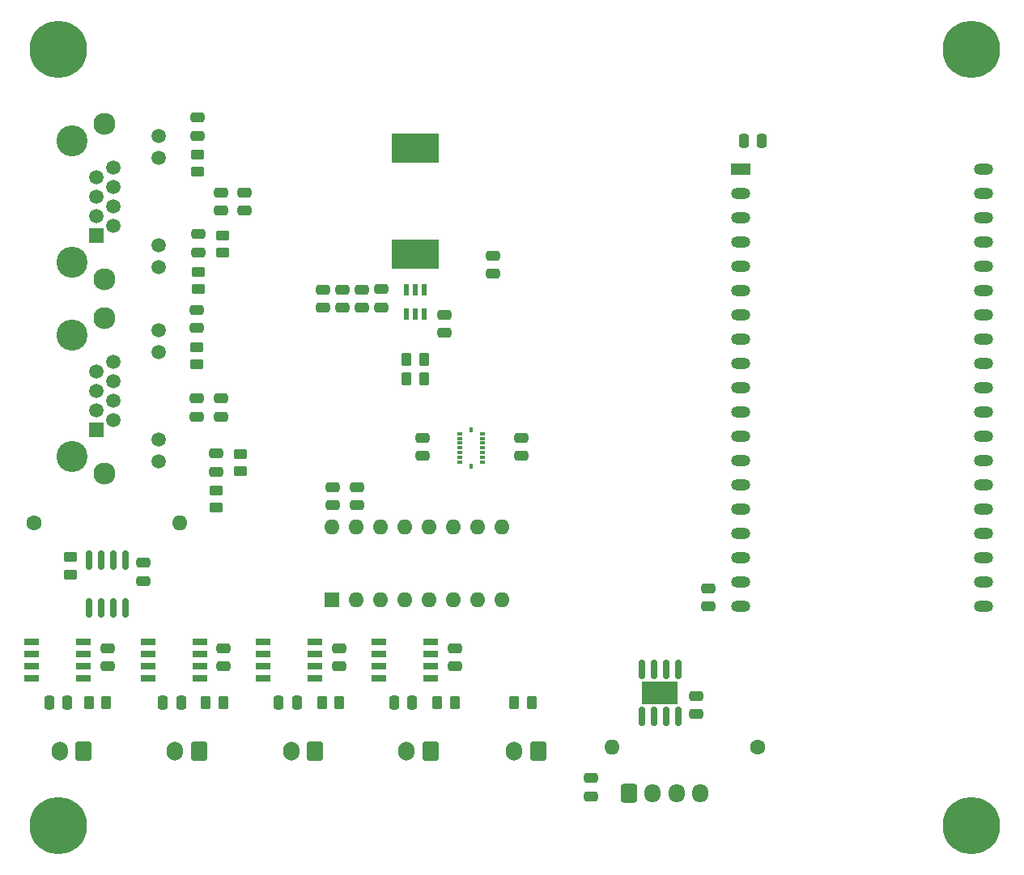
<source format=gts>
G04 #@! TF.GenerationSoftware,KiCad,Pcbnew,(6.0.11)*
G04 #@! TF.CreationDate,2023-03-05T16:18:30-05:00*
G04 #@! TF.ProjectId,pre-thermal-throttle-pcb,7072652d-7468-4657-926d-616c2d746872,rev?*
G04 #@! TF.SameCoordinates,Original*
G04 #@! TF.FileFunction,Soldermask,Top*
G04 #@! TF.FilePolarity,Negative*
%FSLAX46Y46*%
G04 Gerber Fmt 4.6, Leading zero omitted, Abs format (unit mm)*
G04 Created by KiCad (PCBNEW (6.0.11)) date 2023-03-05 16:18:30*
%MOMM*%
%LPD*%
G01*
G04 APERTURE LIST*
G04 Aperture macros list*
%AMRoundRect*
0 Rectangle with rounded corners*
0 $1 Rounding radius*
0 $2 $3 $4 $5 $6 $7 $8 $9 X,Y pos of 4 corners*
0 Add a 4 corners polygon primitive as box body*
4,1,4,$2,$3,$4,$5,$6,$7,$8,$9,$2,$3,0*
0 Add four circle primitives for the rounded corners*
1,1,$1+$1,$2,$3*
1,1,$1+$1,$4,$5*
1,1,$1+$1,$6,$7*
1,1,$1+$1,$8,$9*
0 Add four rect primitives between the rounded corners*
20,1,$1+$1,$2,$3,$4,$5,0*
20,1,$1+$1,$4,$5,$6,$7,0*
20,1,$1+$1,$6,$7,$8,$9,0*
20,1,$1+$1,$8,$9,$2,$3,0*%
G04 Aperture macros list end*
%ADD10RoundRect,0.250000X0.262500X0.450000X-0.262500X0.450000X-0.262500X-0.450000X0.262500X-0.450000X0*%
%ADD11RoundRect,0.250000X0.475000X-0.250000X0.475000X0.250000X-0.475000X0.250000X-0.475000X-0.250000X0*%
%ADD12RoundRect,0.250000X-0.475000X0.250000X-0.475000X-0.250000X0.475000X-0.250000X0.475000X0.250000X0*%
%ADD13RoundRect,0.250000X0.600000X0.750000X-0.600000X0.750000X-0.600000X-0.750000X0.600000X-0.750000X0*%
%ADD14O,1.700000X2.000000*%
%ADD15C,0.800000*%
%ADD16C,6.000000*%
%ADD17R,1.600000X1.600000*%
%ADD18O,1.600000X1.600000*%
%ADD19R,5.000000X3.100000*%
%ADD20RoundRect,0.250000X-0.450000X0.262500X-0.450000X-0.262500X0.450000X-0.262500X0.450000X0.262500X0*%
%ADD21C,3.250000*%
%ADD22R,1.500000X1.500000*%
%ADD23C,1.500000*%
%ADD24C,2.300000*%
%ADD25RoundRect,0.250000X0.250000X0.475000X-0.250000X0.475000X-0.250000X-0.475000X0.250000X-0.475000X0*%
%ADD26RoundRect,0.250000X-0.262500X-0.450000X0.262500X-0.450000X0.262500X0.450000X-0.262500X0.450000X0*%
%ADD27R,1.525000X0.650000*%
%ADD28RoundRect,0.250000X-0.250000X-0.475000X0.250000X-0.475000X0.250000X0.475000X-0.250000X0.475000X0*%
%ADD29RoundRect,0.150000X0.150000X-0.825000X0.150000X0.825000X-0.150000X0.825000X-0.150000X-0.825000X0*%
%ADD30RoundRect,0.250000X-0.600000X-0.725000X0.600000X-0.725000X0.600000X0.725000X-0.600000X0.725000X0*%
%ADD31O,1.700000X1.950000*%
%ADD32R,0.590000X0.350000*%
%ADD33R,0.350000X0.590000*%
%ADD34RoundRect,0.150000X-0.150000X0.825000X-0.150000X-0.825000X0.150000X-0.825000X0.150000X0.825000X0*%
%ADD35R,3.810000X2.410000*%
%ADD36R,0.600000X1.250000*%
%ADD37C,1.600000*%
%ADD38R,2.000000X1.200000*%
%ADD39O,2.000000X1.200000*%
G04 APERTURE END LIST*
D10*
X183687000Y-117475000D03*
X181862000Y-117475000D03*
D11*
X156730000Y-87544000D03*
X156730000Y-85644000D03*
D10*
X180490500Y-83566000D03*
X178665500Y-83566000D03*
D11*
X210185000Y-107376000D03*
X210185000Y-105476000D03*
D12*
X190627000Y-89728000D03*
X190627000Y-91628000D03*
D13*
X181147000Y-122555000D03*
D14*
X178647000Y-122555000D03*
D11*
X173460000Y-96801000D03*
X173460000Y-94901000D03*
D15*
X140649010Y-50739990D03*
X140649010Y-47558010D03*
X144490000Y-49149000D03*
X143830990Y-50739990D03*
X139990000Y-49149000D03*
X143830990Y-47558010D03*
D16*
X142240000Y-49149000D03*
D15*
X142240000Y-46899000D03*
X142240000Y-51399000D03*
D17*
X170830000Y-106670000D03*
D18*
X173370000Y-106670000D03*
X175910000Y-106670000D03*
X178450000Y-106670000D03*
X180990000Y-106670000D03*
X183530000Y-106670000D03*
X186070000Y-106670000D03*
X188610000Y-106670000D03*
X188610000Y-99050000D03*
X186070000Y-99050000D03*
X183530000Y-99050000D03*
X180990000Y-99050000D03*
X178450000Y-99050000D03*
X175910000Y-99050000D03*
X173370000Y-99050000D03*
X170830000Y-99050000D03*
D19*
X179578000Y-70574000D03*
X179578000Y-59474000D03*
D20*
X159385000Y-68572500D03*
X159385000Y-70397500D03*
D21*
X143635000Y-58670000D03*
X143635000Y-71370000D03*
D22*
X146175000Y-68580000D03*
D23*
X147955000Y-67564000D03*
X146175000Y-66548000D03*
X147955000Y-65532000D03*
X146175000Y-64516000D03*
X147955000Y-63500000D03*
X146175000Y-62484000D03*
X147955000Y-61468000D03*
X152775000Y-71880000D03*
X152775000Y-69590000D03*
X152775000Y-60450000D03*
X152775000Y-58160000D03*
D24*
X147065000Y-56890000D03*
X147065000Y-73150000D03*
D12*
X187706000Y-70678000D03*
X187706000Y-72578000D03*
D13*
X192410000Y-122545000D03*
D14*
X189910000Y-122545000D03*
D15*
X239334990Y-47558010D03*
X237744000Y-51399000D03*
X239994000Y-49149000D03*
X239334990Y-50739990D03*
X236153010Y-47558010D03*
X237744000Y-46899000D03*
X235494000Y-49149000D03*
X236153010Y-50739990D03*
D16*
X237744000Y-49149000D03*
D11*
X197947000Y-127263000D03*
X197947000Y-125363000D03*
D13*
X169082000Y-122555000D03*
D14*
X166582000Y-122555000D03*
D25*
X143190000Y-117465000D03*
X141290000Y-117465000D03*
D20*
X161280000Y-91416500D03*
X161280000Y-93241500D03*
X156730000Y-80236500D03*
X156730000Y-82061500D03*
D13*
X144878000Y-122545000D03*
D14*
X142378000Y-122545000D03*
D11*
X158740000Y-93279000D03*
X158740000Y-91379000D03*
D10*
X171622000Y-117475000D03*
X169797000Y-117475000D03*
D26*
X178665500Y-81534000D03*
X180490500Y-81534000D03*
D12*
X183687000Y-111765000D03*
X183687000Y-113665000D03*
X171622000Y-111765000D03*
X171622000Y-113665000D03*
D25*
X167177000Y-117475000D03*
X165277000Y-117475000D03*
D20*
X156845000Y-72382500D03*
X156845000Y-74207500D03*
D12*
X147418000Y-111755000D03*
X147418000Y-113655000D03*
D27*
X144878000Y-114925000D03*
X144878000Y-113655000D03*
X144878000Y-112385000D03*
X144878000Y-111115000D03*
X139454000Y-111115000D03*
X139454000Y-112385000D03*
X139454000Y-113655000D03*
X139454000Y-114925000D03*
D28*
X213934000Y-58674000D03*
X215834000Y-58674000D03*
D12*
X176022000Y-74222000D03*
X176022000Y-76122000D03*
D11*
X156730000Y-78289000D03*
X156730000Y-76389000D03*
D10*
X147240000Y-117465000D03*
X145415000Y-117465000D03*
D29*
X145415000Y-107504000D03*
X146685000Y-107504000D03*
X147955000Y-107504000D03*
X149225000Y-107504000D03*
X149225000Y-102554000D03*
X147955000Y-102554000D03*
X146685000Y-102554000D03*
X145415000Y-102554000D03*
D21*
X143635000Y-78990000D03*
X143635000Y-91690000D03*
D22*
X146175000Y-88900000D03*
D23*
X147955000Y-87884000D03*
X146175000Y-86868000D03*
X147955000Y-85852000D03*
X146175000Y-84836000D03*
X147955000Y-83820000D03*
X146175000Y-82804000D03*
X147955000Y-81788000D03*
X152775000Y-92200000D03*
X152775000Y-89910000D03*
X152775000Y-80770000D03*
X152775000Y-78480000D03*
D24*
X147065000Y-93470000D03*
X147065000Y-77210000D03*
D10*
X159483000Y-117475000D03*
X157658000Y-117475000D03*
D12*
X171958000Y-74234000D03*
X171958000Y-76134000D03*
D20*
X156835000Y-60112500D03*
X156835000Y-61937500D03*
D11*
X159270000Y-87544000D03*
X159270000Y-85644000D03*
D27*
X157017000Y-114935000D03*
X157017000Y-113665000D03*
X157017000Y-112395000D03*
X157017000Y-111125000D03*
X151593000Y-111125000D03*
X151593000Y-112395000D03*
X151593000Y-113665000D03*
X151593000Y-114935000D03*
D15*
X142240000Y-128052000D03*
X139990000Y-130302000D03*
X144490000Y-130302000D03*
X143830990Y-131892990D03*
X142240000Y-132552000D03*
D16*
X142240000Y-130302000D03*
D15*
X143830990Y-128711010D03*
X140649010Y-128711010D03*
X140649010Y-131892990D03*
D25*
X179242000Y-117475000D03*
X177342000Y-117475000D03*
D10*
X191761000Y-117465000D03*
X189936000Y-117465000D03*
D11*
X159258000Y-65974000D03*
X159258000Y-64074000D03*
X208986000Y-118644000D03*
X208986000Y-116744000D03*
D20*
X158740000Y-95226500D03*
X158740000Y-97051500D03*
D30*
X201884000Y-126948000D03*
D31*
X204384000Y-126948000D03*
X206884000Y-126948000D03*
X209384000Y-126948000D03*
D32*
X186585000Y-89305000D03*
X186585000Y-89805000D03*
X186585000Y-90305000D03*
X186585000Y-90805000D03*
X186585000Y-91305000D03*
X186585000Y-91805000D03*
X186585000Y-92305000D03*
D33*
X185420000Y-92720000D03*
D32*
X184255000Y-92305000D03*
X184255000Y-91805000D03*
X184255000Y-91305000D03*
X184255000Y-90805000D03*
X184255000Y-90305000D03*
X184255000Y-89805000D03*
X184255000Y-89305000D03*
D33*
X185420000Y-88890000D03*
D27*
X181147000Y-114935000D03*
X181147000Y-113665000D03*
X181147000Y-112395000D03*
X181147000Y-111125000D03*
X175723000Y-111125000D03*
X175723000Y-112395000D03*
X175723000Y-113665000D03*
X175723000Y-114935000D03*
D20*
X143500000Y-102211500D03*
X143500000Y-104036500D03*
D11*
X161671000Y-65974000D03*
X161671000Y-64074000D03*
X156845000Y-70335000D03*
X156845000Y-68435000D03*
X151130000Y-104709000D03*
X151130000Y-102809000D03*
D12*
X159523000Y-111765000D03*
X159523000Y-113665000D03*
D13*
X156943000Y-122555000D03*
D14*
X154443000Y-122555000D03*
D27*
X169082000Y-114935000D03*
X169082000Y-113665000D03*
X169082000Y-112395000D03*
X169082000Y-111125000D03*
X163658000Y-111125000D03*
X163658000Y-112395000D03*
X163658000Y-113665000D03*
X163658000Y-114935000D03*
D11*
X156835000Y-58165000D03*
X156835000Y-56265000D03*
D34*
X207071000Y-113949000D03*
X205801000Y-113949000D03*
X204531000Y-113949000D03*
X203261000Y-113949000D03*
X203261000Y-118899000D03*
X204531000Y-118899000D03*
X205801000Y-118899000D03*
X207071000Y-118899000D03*
D35*
X205166000Y-116424000D03*
D15*
X239334990Y-131892990D03*
X236153010Y-128711010D03*
X239994000Y-130302000D03*
X237744000Y-128052000D03*
X237744000Y-132552000D03*
D16*
X237744000Y-130302000D03*
D15*
X239334990Y-128711010D03*
X235494000Y-130302000D03*
X236153010Y-131892990D03*
D36*
X180528000Y-74268000D03*
X179578000Y-74268000D03*
X178628000Y-74268000D03*
X178628000Y-76768000D03*
X179578000Y-76768000D03*
X180528000Y-76768000D03*
D37*
X139700000Y-98679000D03*
D18*
X154940000Y-98679000D03*
D11*
X182626000Y-78754000D03*
X182626000Y-76854000D03*
D38*
X213614000Y-61630560D03*
D39*
X213614000Y-64170560D03*
X213614000Y-66710560D03*
X213614000Y-69250560D03*
X213614000Y-71790560D03*
X213614000Y-74330560D03*
X213614000Y-76870560D03*
X213614000Y-79410560D03*
X213614000Y-81950560D03*
X213614000Y-84490560D03*
X213614000Y-87030560D03*
X213614000Y-89570560D03*
X213614000Y-92110560D03*
X213614000Y-94650560D03*
X213614000Y-97190560D03*
X213614000Y-99730560D03*
X213614000Y-102270560D03*
X213614000Y-104810560D03*
X213614000Y-107350560D03*
X239010320Y-107347840D03*
X239010320Y-104807840D03*
X239014000Y-102270560D03*
X239014000Y-99730560D03*
X239014000Y-97190560D03*
X239014000Y-94650560D03*
X239014000Y-92110560D03*
X239014000Y-89570560D03*
X239014000Y-87030560D03*
X239014000Y-84490560D03*
X239014000Y-81950560D03*
X239014000Y-79410560D03*
X239014000Y-76870560D03*
X239014000Y-74330560D03*
X239014000Y-71790560D03*
X239014000Y-69250560D03*
X239014000Y-66710560D03*
X239014000Y-64170560D03*
X239014000Y-61630560D03*
D12*
X169926000Y-74234000D03*
X169926000Y-76134000D03*
D11*
X170920000Y-96801000D03*
X170920000Y-94901000D03*
D12*
X173990000Y-74234000D03*
X173990000Y-76134000D03*
D25*
X155078000Y-117475000D03*
X153178000Y-117475000D03*
D37*
X215346000Y-122122000D03*
D18*
X200106000Y-122122000D03*
D11*
X180340000Y-91628000D03*
X180340000Y-89728000D03*
M02*

</source>
